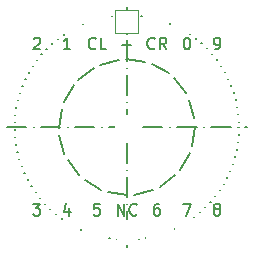
<source format=gto>
G04 #@! TF.GenerationSoftware,KiCad,Pcbnew,8.0.7*
G04 #@! TF.CreationDate,2025-01-27T18:49:31+01:00*
G04 #@! TF.ProjectId,Socket,536f636b-6574-42e6-9b69-6361645f7063,rev?*
G04 #@! TF.SameCoordinates,Original*
G04 #@! TF.FileFunction,Legend,Top*
G04 #@! TF.FilePolarity,Positive*
%FSLAX46Y46*%
G04 Gerber Fmt 4.6, Leading zero omitted, Abs format (unit mm)*
G04 Created by KiCad (PCBNEW 8.0.7) date 2025-01-27 18:49:31*
%MOMM*%
%LPD*%
G01*
G04 APERTURE LIST*
G04 Aperture macros list*
%AMRoundRect*
0 Rectangle with rounded corners*
0 $1 Rounding radius*
0 $2 $3 $4 $5 $6 $7 $8 $9 X,Y pos of 4 corners*
0 Add a 4 corners polygon primitive as box body*
4,1,4,$2,$3,$4,$5,$6,$7,$8,$9,$2,$3,0*
0 Add four circle primitives for the rounded corners*
1,1,$1+$1,$2,$3*
1,1,$1+$1,$4,$5*
1,1,$1+$1,$6,$7*
1,1,$1+$1,$8,$9*
0 Add four rect primitives between the rounded corners*
20,1,$1+$1,$2,$3,$4,$5,0*
20,1,$1+$1,$4,$5,$6,$7,0*
20,1,$1+$1,$6,$7,$8,$9,0*
20,1,$1+$1,$8,$9,$2,$3,0*%
G04 Aperture macros list end*
%ADD10C,0.150000*%
%ADD11C,2.000000*%
%ADD12C,2.100000*%
%ADD13RoundRect,0.050000X-1.000000X-1.000000X1.000000X-1.000000X1.000000X1.000000X-1.000000X1.000000X0*%
G04 APERTURE END LIST*
D10*
X4984761Y15565419D02*
X4937142Y15517800D01*
X4937142Y15517800D02*
X4794285Y15470180D01*
X4794285Y15470180D02*
X4699047Y15470180D01*
X4699047Y15470180D02*
X4556190Y15517800D01*
X4556190Y15517800D02*
X4460952Y15613038D01*
X4460952Y15613038D02*
X4413333Y15708276D01*
X4413333Y15708276D02*
X4365714Y15898752D01*
X4365714Y15898752D02*
X4365714Y16041609D01*
X4365714Y16041609D02*
X4413333Y16232085D01*
X4413333Y16232085D02*
X4460952Y16327323D01*
X4460952Y16327323D02*
X4556190Y16422561D01*
X4556190Y16422561D02*
X4699047Y16470180D01*
X4699047Y16470180D02*
X4794285Y16470180D01*
X4794285Y16470180D02*
X4937142Y16422561D01*
X4937142Y16422561D02*
X4984761Y16374942D01*
X5889523Y15470180D02*
X5413333Y15470180D01*
X5413333Y15470180D02*
X5413333Y16470180D01*
X15049524Y15470180D02*
X15240000Y15470180D01*
X15240000Y15470180D02*
X15335238Y15517800D01*
X15335238Y15517800D02*
X15382857Y15565419D01*
X15382857Y15565419D02*
X15478095Y15708276D01*
X15478095Y15708276D02*
X15525714Y15898752D01*
X15525714Y15898752D02*
X15525714Y16279704D01*
X15525714Y16279704D02*
X15478095Y16374942D01*
X15478095Y16374942D02*
X15430476Y16422561D01*
X15430476Y16422561D02*
X15335238Y16470180D01*
X15335238Y16470180D02*
X15144762Y16470180D01*
X15144762Y16470180D02*
X15049524Y16422561D01*
X15049524Y16422561D02*
X15001905Y16374942D01*
X15001905Y16374942D02*
X14954286Y16279704D01*
X14954286Y16279704D02*
X14954286Y16041609D01*
X14954286Y16041609D02*
X15001905Y15946371D01*
X15001905Y15946371D02*
X15049524Y15898752D01*
X15049524Y15898752D02*
X15144762Y15851133D01*
X15144762Y15851133D02*
X15335238Y15851133D01*
X15335238Y15851133D02*
X15430476Y15898752D01*
X15430476Y15898752D02*
X15478095Y15946371D01*
X15478095Y15946371D02*
X15525714Y16041609D01*
X2825714Y15470180D02*
X2254286Y15470180D01*
X2540000Y15470180D02*
X2540000Y16470180D01*
X2540000Y16470180D02*
X2444762Y16327323D01*
X2444762Y16327323D02*
X2349524Y16232085D01*
X2349524Y16232085D02*
X2254286Y16184466D01*
X-285713Y16374942D02*
X-238094Y16422561D01*
X-238094Y16422561D02*
X-142856Y16470180D01*
X-142856Y16470180D02*
X95238Y16470180D01*
X95238Y16470180D02*
X190476Y16422561D01*
X190476Y16422561D02*
X238095Y16374942D01*
X238095Y16374942D02*
X285714Y16279704D01*
X285714Y16279704D02*
X285714Y16184466D01*
X285714Y16184466D02*
X238095Y16041609D01*
X238095Y16041609D02*
X-333332Y15470180D01*
X-333332Y15470180D02*
X285714Y15470180D01*
X6834286Y1400180D02*
X6834286Y2400180D01*
X6834286Y2400180D02*
X7405714Y1400180D01*
X7405714Y1400180D02*
X7405714Y2400180D01*
X8453333Y1495419D02*
X8405714Y1447800D01*
X8405714Y1447800D02*
X8262857Y1400180D01*
X8262857Y1400180D02*
X8167619Y1400180D01*
X8167619Y1400180D02*
X8024762Y1447800D01*
X8024762Y1447800D02*
X7929524Y1543038D01*
X7929524Y1543038D02*
X7881905Y1638276D01*
X7881905Y1638276D02*
X7834286Y1828752D01*
X7834286Y1828752D02*
X7834286Y1971609D01*
X7834286Y1971609D02*
X7881905Y2162085D01*
X7881905Y2162085D02*
X7929524Y2257323D01*
X7929524Y2257323D02*
X8024762Y2352561D01*
X8024762Y2352561D02*
X8167619Y2400180D01*
X8167619Y2400180D02*
X8262857Y2400180D01*
X8262857Y2400180D02*
X8405714Y2352561D01*
X8405714Y2352561D02*
X8453333Y2304942D01*
X10350476Y2400180D02*
X10160000Y2400180D01*
X10160000Y2400180D02*
X10064762Y2352561D01*
X10064762Y2352561D02*
X10017143Y2304942D01*
X10017143Y2304942D02*
X9921905Y2162085D01*
X9921905Y2162085D02*
X9874286Y1971609D01*
X9874286Y1971609D02*
X9874286Y1590657D01*
X9874286Y1590657D02*
X9921905Y1495419D01*
X9921905Y1495419D02*
X9969524Y1447800D01*
X9969524Y1447800D02*
X10064762Y1400180D01*
X10064762Y1400180D02*
X10255238Y1400180D01*
X10255238Y1400180D02*
X10350476Y1447800D01*
X10350476Y1447800D02*
X10398095Y1495419D01*
X10398095Y1495419D02*
X10445714Y1590657D01*
X10445714Y1590657D02*
X10445714Y1828752D01*
X10445714Y1828752D02*
X10398095Y1923990D01*
X10398095Y1923990D02*
X10350476Y1971609D01*
X10350476Y1971609D02*
X10255238Y2019228D01*
X10255238Y2019228D02*
X10064762Y2019228D01*
X10064762Y2019228D02*
X9969524Y1971609D01*
X9969524Y1971609D02*
X9921905Y1923990D01*
X9921905Y1923990D02*
X9874286Y1828752D01*
X2730476Y2066847D02*
X2730476Y1400180D01*
X2492381Y2447800D02*
X2254286Y1733514D01*
X2254286Y1733514D02*
X2873333Y1733514D01*
X9969523Y15565419D02*
X9921904Y15517800D01*
X9921904Y15517800D02*
X9779047Y15470180D01*
X9779047Y15470180D02*
X9683809Y15470180D01*
X9683809Y15470180D02*
X9540952Y15517800D01*
X9540952Y15517800D02*
X9445714Y15613038D01*
X9445714Y15613038D02*
X9398095Y15708276D01*
X9398095Y15708276D02*
X9350476Y15898752D01*
X9350476Y15898752D02*
X9350476Y16041609D01*
X9350476Y16041609D02*
X9398095Y16232085D01*
X9398095Y16232085D02*
X9445714Y16327323D01*
X9445714Y16327323D02*
X9540952Y16422561D01*
X9540952Y16422561D02*
X9683809Y16470180D01*
X9683809Y16470180D02*
X9779047Y16470180D01*
X9779047Y16470180D02*
X9921904Y16422561D01*
X9921904Y16422561D02*
X9969523Y16374942D01*
X10969523Y15470180D02*
X10636190Y15946371D01*
X10398095Y15470180D02*
X10398095Y16470180D01*
X10398095Y16470180D02*
X10779047Y16470180D01*
X10779047Y16470180D02*
X10874285Y16422561D01*
X10874285Y16422561D02*
X10921904Y16374942D01*
X10921904Y16374942D02*
X10969523Y16279704D01*
X10969523Y16279704D02*
X10969523Y16136847D01*
X10969523Y16136847D02*
X10921904Y16041609D01*
X10921904Y16041609D02*
X10874285Y15993990D01*
X10874285Y15993990D02*
X10779047Y15946371D01*
X10779047Y15946371D02*
X10398095Y15946371D01*
X7239048Y15851133D02*
X8000953Y15851133D01*
X7620000Y15470180D02*
X7620000Y16232085D01*
X15144762Y1971609D02*
X15049524Y2019228D01*
X15049524Y2019228D02*
X15001905Y2066847D01*
X15001905Y2066847D02*
X14954286Y2162085D01*
X14954286Y2162085D02*
X14954286Y2209704D01*
X14954286Y2209704D02*
X15001905Y2304942D01*
X15001905Y2304942D02*
X15049524Y2352561D01*
X15049524Y2352561D02*
X15144762Y2400180D01*
X15144762Y2400180D02*
X15335238Y2400180D01*
X15335238Y2400180D02*
X15430476Y2352561D01*
X15430476Y2352561D02*
X15478095Y2304942D01*
X15478095Y2304942D02*
X15525714Y2209704D01*
X15525714Y2209704D02*
X15525714Y2162085D01*
X15525714Y2162085D02*
X15478095Y2066847D01*
X15478095Y2066847D02*
X15430476Y2019228D01*
X15430476Y2019228D02*
X15335238Y1971609D01*
X15335238Y1971609D02*
X15144762Y1971609D01*
X15144762Y1971609D02*
X15049524Y1923990D01*
X15049524Y1923990D02*
X15001905Y1876371D01*
X15001905Y1876371D02*
X14954286Y1781133D01*
X14954286Y1781133D02*
X14954286Y1590657D01*
X14954286Y1590657D02*
X15001905Y1495419D01*
X15001905Y1495419D02*
X15049524Y1447800D01*
X15049524Y1447800D02*
X15144762Y1400180D01*
X15144762Y1400180D02*
X15335238Y1400180D01*
X15335238Y1400180D02*
X15430476Y1447800D01*
X15430476Y1447800D02*
X15478095Y1495419D01*
X15478095Y1495419D02*
X15525714Y1590657D01*
X15525714Y1590657D02*
X15525714Y1781133D01*
X15525714Y1781133D02*
X15478095Y1876371D01*
X15478095Y1876371D02*
X15430476Y1923990D01*
X15430476Y1923990D02*
X15335238Y1971609D01*
X-333332Y2400180D02*
X285714Y2400180D01*
X285714Y2400180D02*
X-47618Y2019228D01*
X-47618Y2019228D02*
X95238Y2019228D01*
X95238Y2019228D02*
X190476Y1971609D01*
X190476Y1971609D02*
X238095Y1923990D01*
X238095Y1923990D02*
X285714Y1828752D01*
X285714Y1828752D02*
X285714Y1590657D01*
X285714Y1590657D02*
X238095Y1495419D01*
X238095Y1495419D02*
X190476Y1447800D01*
X190476Y1447800D02*
X95238Y1400180D01*
X95238Y1400180D02*
X-190475Y1400180D01*
X-190475Y1400180D02*
X-285713Y1447800D01*
X-285713Y1447800D02*
X-333332Y1495419D01*
X12366667Y2400180D02*
X13033333Y2400180D01*
X13033333Y2400180D02*
X12604762Y1400180D01*
X12652381Y16470180D02*
X12747619Y16470180D01*
X12747619Y16470180D02*
X12842857Y16422561D01*
X12842857Y16422561D02*
X12890476Y16374942D01*
X12890476Y16374942D02*
X12938095Y16279704D01*
X12938095Y16279704D02*
X12985714Y16089228D01*
X12985714Y16089228D02*
X12985714Y15851133D01*
X12985714Y15851133D02*
X12938095Y15660657D01*
X12938095Y15660657D02*
X12890476Y15565419D01*
X12890476Y15565419D02*
X12842857Y15517800D01*
X12842857Y15517800D02*
X12747619Y15470180D01*
X12747619Y15470180D02*
X12652381Y15470180D01*
X12652381Y15470180D02*
X12557143Y15517800D01*
X12557143Y15517800D02*
X12509524Y15565419D01*
X12509524Y15565419D02*
X12461905Y15660657D01*
X12461905Y15660657D02*
X12414286Y15851133D01*
X12414286Y15851133D02*
X12414286Y16089228D01*
X12414286Y16089228D02*
X12461905Y16279704D01*
X12461905Y16279704D02*
X12509524Y16374942D01*
X12509524Y16374942D02*
X12557143Y16422561D01*
X12557143Y16422561D02*
X12652381Y16470180D01*
X5318095Y2400180D02*
X4841905Y2400180D01*
X4841905Y2400180D02*
X4794286Y1923990D01*
X4794286Y1923990D02*
X4841905Y1971609D01*
X4841905Y1971609D02*
X4937143Y2019228D01*
X4937143Y2019228D02*
X5175238Y2019228D01*
X5175238Y2019228D02*
X5270476Y1971609D01*
X5270476Y1971609D02*
X5318095Y1923990D01*
X5318095Y1923990D02*
X5365714Y1828752D01*
X5365714Y1828752D02*
X5365714Y1590657D01*
X5365714Y1590657D02*
X5318095Y1495419D01*
X5318095Y1495419D02*
X5270476Y1447800D01*
X5270476Y1447800D02*
X5175238Y1400180D01*
X5175238Y1400180D02*
X4937143Y1400180D01*
X4937143Y1400180D02*
X4841905Y1447800D01*
X4841905Y1447800D02*
X4794286Y1495419D01*
X-2540000Y8890000D02*
X-890000Y8890000D01*
X-290000Y8890000D02*
X-260000Y8890000D01*
X340000Y8890000D02*
X1990000Y8890000D01*
X2590000Y8890000D02*
X2620000Y8890000D01*
X3220000Y8890000D02*
X4870000Y8890000D01*
X5470000Y8890000D02*
X5500000Y8890000D01*
X6100000Y8890000D02*
X7750000Y8890000D01*
X8350000Y8890000D02*
X8380000Y8890000D01*
X8980000Y8890000D02*
X10630000Y8890000D01*
X11230000Y8890000D02*
X11260000Y8890000D01*
X11860000Y8890000D02*
X13510000Y8890000D01*
X14110000Y8890000D02*
X14140000Y8890000D01*
X14740000Y8890000D02*
X16390000Y8890000D01*
X16990000Y8890000D02*
X17020000Y8890000D01*
X17620000Y8890000D02*
X17780000Y8890000D01*
X7620000Y19050000D02*
X7620000Y17400000D01*
X7620000Y16800000D02*
X7620000Y16770000D01*
X7620000Y16170000D02*
X7620000Y14520000D01*
X7620000Y13920000D02*
X7620000Y13890000D01*
X7620000Y13290000D02*
X7620000Y11640000D01*
X7620000Y11040000D02*
X7620000Y11010000D01*
X7620000Y10410000D02*
X7620000Y8760000D01*
X7620000Y8160000D02*
X7620000Y8130000D01*
X7620000Y7530000D02*
X7620000Y5880000D01*
X7620000Y5280000D02*
X7620000Y5250000D01*
X7620000Y4650000D02*
X7620000Y3000000D01*
X7620000Y2400000D02*
X7620000Y2370000D01*
X7620000Y1770000D02*
X7620000Y120000D01*
X7620000Y-480000D02*
X7620000Y-510000D01*
X7620000Y-1110000D02*
X7620000Y-1270000D01*
X13370000Y8890000D02*
X13134880Y7262551D01*
X12935371Y6696981D02*
X12097324Y5282221D01*
X11697189Y4835493D02*
X10382907Y3847297D01*
X9842638Y3586946D02*
X8250806Y3174706D01*
X7652078Y3140089D02*
X6023343Y3366125D01*
X5456669Y3562476D02*
X4037256Y4392617D01*
X3588302Y4790253D02*
X2592790Y6099003D01*
X2329428Y6637811D02*
X1908314Y8227318D01*
X1870357Y8825843D02*
X2087303Y10455814D01*
X2280490Y11023574D02*
X3102700Y12447597D01*
X3497825Y12898762D02*
X4801000Y13901560D01*
X5338330Y14167924D02*
X6925463Y14597899D01*
X7523767Y14639194D02*
X9154923Y14431345D01*
X9723753Y14241329D02*
X11152340Y13427077D01*
X11605702Y13034475D02*
X12615755Y11736914D01*
X12885112Y11201078D02*
X13323936Y9616369D01*
X13368568Y9018304D02*
X13370000Y8890000D01*
X17120000Y8890000D02*
X17119952Y8860000D01*
X17099118Y8260461D02*
X17097082Y8230530D01*
X17036564Y7633690D02*
X17032550Y7603960D01*
X16932614Y7012443D02*
X16926638Y6983044D01*
X16787723Y6399449D02*
X16779813Y6370511D01*
X16602530Y5797404D02*
X16592719Y5769054D01*
X16377848Y5208955D02*
X16366180Y5181317D01*
X16114665Y4636688D02*
X16101191Y4609884D01*
X15814138Y4083119D02*
X15798917Y4057267D01*
X15477588Y3550683D02*
X15460688Y3525896D01*
X15106495Y3041719D02*
X15087989Y3018106D01*
X14702490Y2558465D02*
X14682460Y2536131D01*
X14267349Y2103045D02*
X14245883Y2082087D01*
X13802985Y1677462D02*
X13780178Y1657973D01*
X13311440Y1283587D02*
X13287391Y1265652D01*
X12794874Y923151D02*
X12769689Y906849D01*
X12255558Y597738D02*
X12229349Y583141D01*
X11695864Y308780D02*
X11668745Y295952D01*
X11118251Y57546D02*
X11090342Y46543D01*
X10525260Y-154858D02*
X10496683Y-163987D01*
X9919497Y-327500D02*
X9890377Y-334715D01*
X9303624Y-459620D02*
X9274091Y-464890D01*
X8680351Y-550638D02*
X8650533Y-553939D01*
X8052415Y-600153D02*
X8022444Y-601471D01*
X7422579Y-607948D02*
X7392586Y-607277D01*
X6793610Y-573988D02*
X6763728Y-571331D01*
X6168275Y-498423D02*
X6138635Y-493792D01*
X5549321Y-381585D02*
X5520053Y-375000D01*
X4939471Y-223987D02*
X4910703Y-215477D01*
X4341405Y-26323D02*
X4313264Y-15925D01*
X3757752Y210539D02*
X3730362Y222778D01*
X3191078Y485557D02*
X3164559Y499585D01*
X2643874Y797523D02*
X2618344Y813277D01*
X2118546Y1145065D02*
X2094116Y1162476D01*
X1617404Y1526655D02*
X1594181Y1545647D01*
X1142650Y1940615D02*
X1120737Y1961105D01*
X696371Y2385126D02*
X675864Y2407023D01*
X280531Y2858234D02*
X261519Y2881441D01*
X-103044Y3357858D02*
X-120475Y3382274D01*
X-452667Y3881803D02*
X-468442Y3907320D01*
X-766802Y4427764D02*
X-780852Y4454271D01*
X-1044067Y4993343D02*
X-1056329Y5020722D01*
X-1283243Y5576051D02*
X-1293664Y5604183D01*
X-1483279Y6173329D02*
X-1491813Y6202089D01*
X-1643295Y6782549D02*
X-1649904Y6811812D01*
X-1762589Y7401034D02*
X-1767244Y7430670D01*
X-1840635Y8026065D02*
X-1843316Y8055945D01*
X-1877090Y8654893D02*
X-1877785Y8684885D01*
X-1871794Y9284756D02*
X-1870500Y9314728D01*
X-1824771Y9912882D02*
X-1821494Y9942703D01*
X-1736227Y10536513D02*
X-1730981Y10566050D01*
X-1606551Y11152904D02*
X-1599359Y11182030D01*
X-1436314Y11759348D02*
X-1427208Y11787933D01*
X-1226264Y12353177D02*
X-1215284Y12381096D01*
X-977324Y12931782D02*
X-964518Y12958912D01*
X-690589Y13492619D02*
X-676013Y13518840D01*
X-367319Y14033221D02*
X-351037Y14058419D01*
X-8935Y14551213D02*
X8979Y14575276D01*
X382986Y15044317D02*
X402456Y15067140D01*
X806723Y15510366D02*
X827663Y15531849D01*
X1260412Y15947311D02*
X1282730Y15967359D01*
X1742059Y16353230D02*
X1765656Y16371755D01*
X2249547Y16726340D02*
X2274320Y16743260D01*
X2780644Y17065000D02*
X2806483Y17080241D01*
X3333015Y17367721D02*
X3359808Y17381217D01*
X3904233Y17633173D02*
X3931862Y17644863D01*
X4491786Y17860188D02*
X4520129Y17870022D01*
X5093092Y18047769D02*
X5122023Y18055703D01*
X5705506Y18195090D02*
X5734900Y18201090D01*
X6326336Y18301505D02*
X6356063Y18305543D01*
X6952854Y18366545D02*
X6982783Y18368605D01*
X7582304Y18389925D02*
X7612304Y18389996D01*
X8211921Y18371541D02*
X8241859Y18369625D01*
X8838935Y18311475D02*
X8868680Y18307579D01*
X9460590Y18209990D02*
X9490012Y18204131D01*
X10074154Y18067533D02*
X10103123Y18059738D01*
X10676929Y17884730D02*
X10705318Y17875032D01*
X11266265Y17662385D02*
X11293949Y17650827D01*
X11839572Y17401475D02*
X11866429Y17388107D01*
X12394328Y17103147D02*
X12420241Y17088029D01*
X12928096Y16768712D02*
X12952950Y16751910D01*
X13438528Y16399641D02*
X13462214Y16381230D01*
X13923382Y15997557D02*
X13945795Y15977616D01*
X14380524Y15564226D02*
X14401567Y15542844D01*
X14807946Y15101555D02*
X14827526Y15078825D01*
X15203769Y14611576D02*
X15221799Y14587599D01*
X15566252Y14096445D02*
X15582654Y14071325D01*
X15893802Y13558425D02*
X15908503Y13532274D01*
X16184979Y12999881D02*
X16197915Y12972814D01*
X16438503Y12423270D02*
X16449616Y12395405D01*
X16653259Y11831127D02*
X16662501Y11802586D01*
X16828303Y11226053D02*
X16835634Y11196962D01*
X16962866Y10610710D02*
X16968253Y10581197D01*
X17056356Y9987802D02*
X17059776Y9957997D01*
X17108363Y9360068D02*
X17109800Y9330102D01*
%LPC*%
D11*
X7620000Y8890000D03*
D12*
X0Y17780000D03*
X2540000Y17780000D03*
X5080000Y17780000D03*
D13*
X7620000Y17780000D03*
D12*
X10160000Y17780000D03*
X12700000Y17780000D03*
X15240000Y17780000D03*
X0Y0D03*
X2540000Y0D03*
X5080000Y0D03*
X7620000Y0D03*
X10160000Y0D03*
X12700000Y0D03*
X15240000Y0D03*
%LPD*%
M02*

</source>
